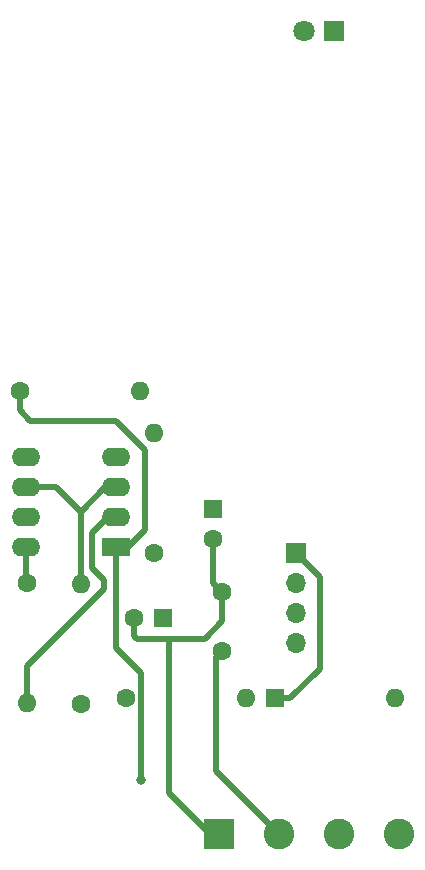
<source format=gbr>
%TF.GenerationSoftware,KiCad,Pcbnew,(5.1.9)-1*%
%TF.CreationDate,2021-03-23T14:31:34+01:00*%
%TF.ProjectId,DCF77 Receiver,44434637-3720-4526-9563-65697665722e,rev?*%
%TF.SameCoordinates,Original*%
%TF.FileFunction,Copper,L1,Top*%
%TF.FilePolarity,Positive*%
%FSLAX46Y46*%
G04 Gerber Fmt 4.6, Leading zero omitted, Abs format (unit mm)*
G04 Created by KiCad (PCBNEW (5.1.9)-1) date 2021-03-23 14:31:34*
%MOMM*%
%LPD*%
G01*
G04 APERTURE LIST*
%TA.AperFunction,ComponentPad*%
%ADD10C,1.600000*%
%TD*%
%TA.AperFunction,ComponentPad*%
%ADD11R,1.600000X1.600000*%
%TD*%
%TA.AperFunction,ComponentPad*%
%ADD12O,1.600000X1.600000*%
%TD*%
%TA.AperFunction,ComponentPad*%
%ADD13R,1.800000X1.800000*%
%TD*%
%TA.AperFunction,ComponentPad*%
%ADD14C,1.800000*%
%TD*%
%TA.AperFunction,ComponentPad*%
%ADD15R,2.600000X2.600000*%
%TD*%
%TA.AperFunction,ComponentPad*%
%ADD16C,2.600000*%
%TD*%
%TA.AperFunction,ComponentPad*%
%ADD17R,1.700000X1.700000*%
%TD*%
%TA.AperFunction,ComponentPad*%
%ADD18O,1.700000X1.700000*%
%TD*%
%TA.AperFunction,ComponentPad*%
%ADD19R,2.400000X1.600000*%
%TD*%
%TA.AperFunction,ComponentPad*%
%ADD20O,2.400000X1.600000*%
%TD*%
%TA.AperFunction,ViaPad*%
%ADD21C,0.800000*%
%TD*%
%TA.AperFunction,Conductor*%
%ADD22C,0.500000*%
%TD*%
G04 APERTURE END LIST*
D10*
%TO.P,C1,1*%
%TO.N,+5V*%
X99750000Y-168500000D03*
%TO.P,C1,2*%
%TO.N,GND*%
X99750000Y-163500000D03*
%TD*%
%TO.P,C2,2*%
%TO.N,GND*%
X92250000Y-165750000D03*
D11*
%TO.P,C2,1*%
%TO.N,+5V*%
X94750000Y-165750000D03*
%TD*%
%TO.P,C3,1*%
%TO.N,/3.3V*%
X99000000Y-156500000D03*
D10*
%TO.P,C3,2*%
%TO.N,GND*%
X99000000Y-159000000D03*
%TD*%
D11*
%TO.P,D1,1*%
%TO.N,/3.3V*%
X104250000Y-172500000D03*
D12*
%TO.P,D1,2*%
%TO.N,GND*%
X114410000Y-172500000D03*
%TD*%
D13*
%TO.P,D2,1*%
%TO.N,GND*%
X109250000Y-116000000D03*
D14*
%TO.P,D2,2*%
%TO.N,Net-(D2-Pad2)*%
X106710000Y-116000000D03*
%TD*%
D15*
%TO.P,J1,1*%
%TO.N,GND*%
X99500000Y-184000000D03*
D16*
%TO.P,J1,2*%
%TO.N,+5V*%
X104580000Y-184000000D03*
%TO.P,J1,3*%
%TO.N,/Data+*%
X109660000Y-184000000D03*
%TO.P,J1,4*%
%TO.N,/Data-*%
X114740000Y-184000000D03*
%TD*%
D17*
%TO.P,J2,1*%
%TO.N,/3.3V*%
X106000000Y-160250000D03*
D18*
%TO.P,J2,2*%
%TO.N,GND*%
X106000000Y-162790000D03*
%TO.P,J2,3*%
%TO.N,/DCFModuleData*%
X106000000Y-165330000D03*
%TO.P,J2,4*%
%TO.N,GND*%
X106000000Y-167870000D03*
%TD*%
D10*
%TO.P,R1,1*%
%TO.N,/Data-*%
X82590000Y-146500000D03*
D12*
%TO.P,R1,2*%
%TO.N,Net-(D2-Pad2)*%
X92750000Y-146500000D03*
%TD*%
%TO.P,R2,2*%
%TO.N,Net-(R2-Pad2)*%
X83250000Y-172910000D03*
D10*
%TO.P,R2,1*%
%TO.N,+5V*%
X83250000Y-162750000D03*
%TD*%
%TO.P,R3,1*%
%TO.N,Net-(R2-Pad2)*%
X94000000Y-160250000D03*
D12*
%TO.P,R3,2*%
%TO.N,GND*%
X94000000Y-150090000D03*
%TD*%
D10*
%TO.P,R4,1*%
%TO.N,+5V*%
X91590000Y-172500000D03*
D12*
%TO.P,R4,2*%
%TO.N,/3.3V*%
X101750000Y-172500000D03*
%TD*%
%TO.P,R5,2*%
%TO.N,/DCFModuleData*%
X87750000Y-162840000D03*
D10*
%TO.P,R5,1*%
%TO.N,/3.3V*%
X87750000Y-173000000D03*
%TD*%
D19*
%TO.P,U1,1*%
%TO.N,/Data-*%
X90750000Y-159750000D03*
D20*
%TO.P,U1,5*%
%TO.N,Net-(R2-Pad2)*%
X83130000Y-152130000D03*
%TO.P,U1,2*%
X90750000Y-157210000D03*
%TO.P,U1,6*%
%TO.N,/DCFModuleData*%
X83130000Y-154670000D03*
%TO.P,U1,3*%
X90750000Y-154670000D03*
%TO.P,U1,7*%
%TO.N,/Data+*%
X83130000Y-157210000D03*
%TO.P,U1,4*%
%TO.N,GND*%
X90750000Y-152130000D03*
%TO.P,U1,8*%
%TO.N,+5V*%
X83130000Y-159750000D03*
%TD*%
D21*
%TO.N,/Data-*%
X92840001Y-179409999D03*
%TD*%
D22*
%TO.N,+5V*%
X83130000Y-162630000D02*
X83250000Y-162750000D01*
X83130000Y-159750000D02*
X83130000Y-162630000D01*
X99250000Y-169000000D02*
X99750000Y-168500000D01*
X99250000Y-178670000D02*
X99250000Y-169000000D01*
X104580000Y-184000000D02*
X99250000Y-178670000D01*
%TO.N,GND*%
X99500000Y-184000000D02*
X98750000Y-184000000D01*
X98750000Y-184000000D02*
X95250000Y-180500000D01*
X95250000Y-180500000D02*
X95250000Y-167500000D01*
X95250000Y-167500000D02*
X92500000Y-167500000D01*
X92250000Y-167250000D02*
X92250000Y-165750000D01*
X92500000Y-167500000D02*
X92250000Y-167250000D01*
X95250000Y-167500000D02*
X98250000Y-167500000D01*
X99750000Y-166000000D02*
X99750000Y-163500000D01*
X98250000Y-167500000D02*
X99750000Y-166000000D01*
X99000000Y-162750000D02*
X99750000Y-163500000D01*
X99000000Y-159000000D02*
X99000000Y-162750000D01*
%TO.N,/3.3V*%
X104250000Y-172500000D02*
X105500000Y-172500000D01*
X105500000Y-172500000D02*
X108000000Y-170000000D01*
X108000000Y-162250000D02*
X106000000Y-160250000D01*
X108000000Y-170000000D02*
X108000000Y-162250000D01*
%TO.N,/DCFModuleData*%
X90750000Y-154670000D02*
X89830000Y-154670000D01*
X87750000Y-156750000D02*
X87750000Y-162840000D01*
X89830000Y-154670000D02*
X87750000Y-156750000D01*
X85670000Y-154670000D02*
X87750000Y-156750000D01*
X83130000Y-154670000D02*
X85670000Y-154670000D01*
%TO.N,Net-(R2-Pad2)*%
X83250000Y-169750000D02*
X83250000Y-172910000D01*
X89750000Y-163250000D02*
X83250000Y-169750000D01*
X88750000Y-161500000D02*
X89750000Y-162500000D01*
X88750000Y-158500000D02*
X88750000Y-161500000D01*
X90040000Y-157210000D02*
X88750000Y-158500000D01*
X89750000Y-162500000D02*
X89750000Y-163250000D01*
X90750000Y-157210000D02*
X90040000Y-157210000D01*
%TO.N,/Data-*%
X90750000Y-159750000D02*
X91750000Y-159750000D01*
X91750000Y-159750000D02*
X93250000Y-158250000D01*
X93250000Y-158250000D02*
X93250000Y-151500000D01*
X93250000Y-151500000D02*
X90750000Y-149000000D01*
X90750000Y-149000000D02*
X83500000Y-149000000D01*
X82590000Y-148090000D02*
X82590000Y-146500000D01*
X83500000Y-149000000D02*
X82590000Y-148090000D01*
X90750000Y-159750000D02*
X90750000Y-168250000D01*
X92840001Y-170340001D02*
X92840001Y-179409999D01*
X90750000Y-168250000D02*
X92840001Y-170340001D01*
X92840001Y-179409999D02*
X92840001Y-179409999D01*
%TD*%
M02*

</source>
